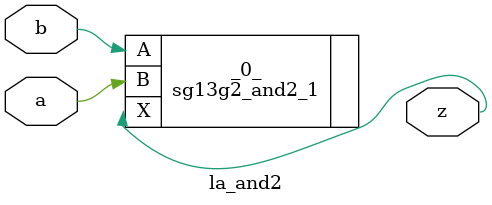
<source format=v>

/* Generated by Yosys 0.44 (git sha1 80ba43d26, g++ 11.4.0-1ubuntu1~22.04 -fPIC -O3) */

(* top =  1  *)
(* src = "generated" *)
(* keep_hierarchy *)
module la_and2 (
    a,
    b,
    z
);
  (* src = "generated" *)
  input a;
  wire a;
  (* src = "generated" *)
  input b;
  wire b;
  (* src = "generated" *)
  output z;
  wire z;
  sg13g2_and2_1 _0_ (
      .A(b),
      .B(a),
      .X(z)
  );
endmodule

</source>
